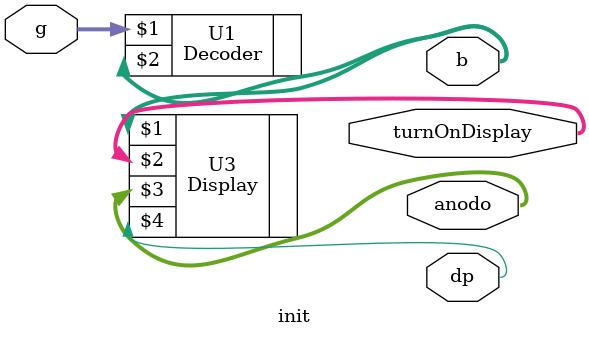
<source format=v>
`timescale 1ns / 1ps


module init(
    input [3:0]g,
    output wire [6:0] turnOnDisplay,
    output wire [7:0] anodo,
    output wire dp,
    output wire [3:0]b
);
   
   
    
    Decoder U1(g,b);
    //Leds U2(b, turnOnLed);
    Display U3(b,turnOnDisplay,anodo,dp);
    
endmodule

</source>
